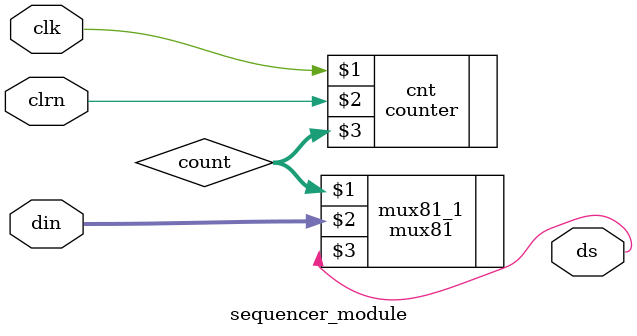
<source format=v>
module sequencer_module(clk,clrn,din,ds);
input [7:0]din;
input clk,clrn;
output ds;
wire [2:0]count;

counter cnt(clk,clrn,count);
mux81 mux81_1(count,din,ds);

endmodule
</source>
